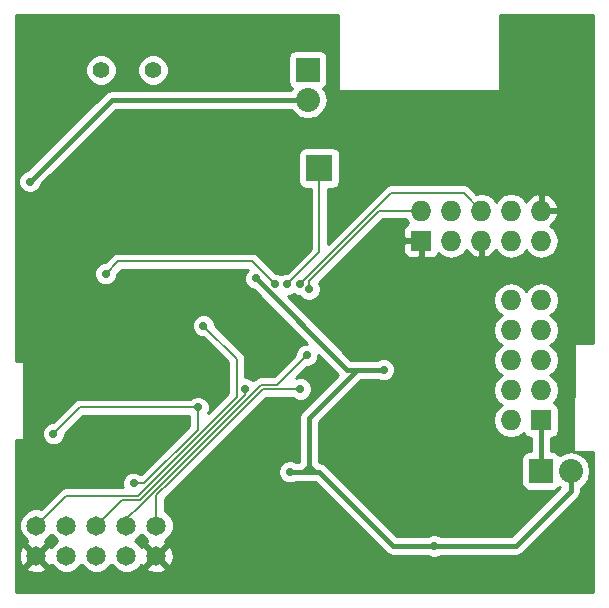
<source format=gbl>
G04 #@! TF.FileFunction,Copper,L2,Bot,Signal*
%FSLAX46Y46*%
G04 Gerber Fmt 4.6, Leading zero omitted, Abs format (unit mm)*
G04 Created by KiCad (PCBNEW 4.0.2-stable) date 14/07/2016 12:59:32*
%MOMM*%
G01*
G04 APERTURE LIST*
%ADD10C,0.152400*%
%ADD11C,1.651000*%
%ADD12R,2.032000X2.032000*%
%ADD13O,2.032000X2.032000*%
%ADD14C,1.407160*%
%ADD15R,1.727200X1.727200*%
%ADD16O,1.727200X1.727200*%
%ADD17R,2.235200X2.235200*%
%ADD18C,0.700000*%
%ADD19C,0.406400*%
%ADD20C,0.203100*%
%ADD21C,0.254000*%
G04 APERTURE END LIST*
D10*
D11*
X79245000Y-127220000D03*
X79245000Y-124680000D03*
X81785000Y-127220000D03*
X81785000Y-124680000D03*
X84325000Y-127220000D03*
X84325000Y-124680000D03*
X86865000Y-127220000D03*
X86865000Y-124680000D03*
X89405000Y-127220000D03*
X89405000Y-124680000D03*
D12*
X102225000Y-86075000D03*
D13*
X102225000Y-88615000D03*
D14*
X89124640Y-86100000D03*
X84725360Y-86100000D03*
D15*
X121975000Y-115750000D03*
D16*
X119435000Y-115750000D03*
X121975000Y-113210000D03*
X119435000Y-113210000D03*
X121975000Y-110670000D03*
X119435000Y-110670000D03*
X121975000Y-108130000D03*
X119435000Y-108130000D03*
X121975000Y-105590000D03*
X119435000Y-105590000D03*
D15*
X111825000Y-100550000D03*
D16*
X111825000Y-98010000D03*
X114365000Y-100550000D03*
X114365000Y-98010000D03*
X116905000Y-100550000D03*
X116905000Y-98010000D03*
X119445000Y-100550000D03*
X119445000Y-98010000D03*
X121985000Y-100550000D03*
X121985000Y-98010000D03*
D12*
X121975000Y-120050000D03*
D13*
X124515000Y-120050000D03*
D17*
X103200000Y-94400000D03*
D18*
X78700000Y-95550000D03*
X108200000Y-115475000D03*
X111625000Y-112900000D03*
X121575000Y-122500000D03*
X119350000Y-119200000D03*
X103300000Y-123150000D03*
X96950000Y-124400000D03*
X96950000Y-122500000D03*
X95450000Y-122500000D03*
X93950000Y-122500000D03*
X92450000Y-122500000D03*
X104550000Y-124400000D03*
X102050000Y-124400000D03*
X99550000Y-124400000D03*
X98250000Y-124400000D03*
X109475000Y-93650000D03*
X107375000Y-93650000D03*
X107375000Y-95750000D03*
X104350000Y-82500000D03*
X101850000Y-82500000D03*
X99350000Y-82500000D03*
X96850000Y-82500000D03*
X94350000Y-82500000D03*
X99475000Y-85125000D03*
X96975000Y-85125000D03*
X79475000Y-82525000D03*
X79475000Y-85025000D03*
X79475000Y-87525000D03*
X79475000Y-90025000D03*
X108850000Y-123775000D03*
X108050000Y-122375000D03*
X109350000Y-122375000D03*
X98850000Y-123250000D03*
X80500000Y-113600000D03*
X80500000Y-111100000D03*
X80500000Y-108600000D03*
X80500000Y-106100000D03*
X83000000Y-106100000D03*
X83000000Y-108600000D03*
X83000000Y-111100000D03*
X83000000Y-113600000D03*
X85500000Y-113600000D03*
X85500000Y-111100000D03*
X85500000Y-108600000D03*
X106000000Y-103050000D03*
X109500000Y-102350000D03*
X107700000Y-102350000D03*
X107700000Y-100550000D03*
X109500000Y-100550000D03*
X121325000Y-103000000D03*
X123025000Y-103000000D03*
X125875000Y-93000000D03*
X125875000Y-108000000D03*
X125875000Y-103000000D03*
X125875000Y-98000000D03*
X96300000Y-90700000D03*
X95550000Y-98400000D03*
X96450000Y-97100000D03*
X94550000Y-97100000D03*
X101600000Y-91550000D03*
X100100000Y-93050000D03*
X94500000Y-93700000D03*
X87550000Y-95800000D03*
X88450000Y-94900000D03*
X89350000Y-94000000D03*
X90250000Y-93100000D03*
X97450000Y-92200000D03*
X95350000Y-92200000D03*
X93250000Y-92200000D03*
X91150000Y-92200000D03*
X116775000Y-95175000D03*
X118075000Y-95175000D03*
X119375000Y-95175000D03*
X120675000Y-95175000D03*
X121975000Y-94375000D03*
X121975000Y-95475000D03*
X87025000Y-119025000D03*
X90575000Y-116875000D03*
X85525000Y-120525000D03*
X85525000Y-119025000D03*
X85525000Y-117525000D03*
X85525000Y-116025000D03*
X95000000Y-118275000D03*
X114225000Y-119850000D03*
X115225000Y-118850000D03*
X115225000Y-116750000D03*
X114125000Y-117850000D03*
X113025000Y-118950000D03*
X111925000Y-120050000D03*
X113050000Y-122375000D03*
X114325000Y-121375000D03*
X114325000Y-122475000D03*
X106425000Y-117975000D03*
X108525000Y-117975000D03*
X115500000Y-108475000D03*
X114600000Y-109375000D03*
X113700000Y-110275000D03*
X106250000Y-106475000D03*
X107750000Y-106475000D03*
X109250000Y-106475000D03*
X110750000Y-106475000D03*
X112250000Y-106475000D03*
X113250000Y-105475000D03*
X114250000Y-104475000D03*
X115250000Y-103475000D03*
X98925000Y-120575000D03*
X98725000Y-116050000D03*
X97075000Y-116050000D03*
X101400000Y-114800000D03*
X100500000Y-114250000D03*
X103650000Y-116125000D03*
X104550000Y-116125000D03*
X104550000Y-115175000D03*
X97475000Y-111650000D03*
X98975000Y-111350000D03*
X98775000Y-109800000D03*
X100075000Y-110250000D03*
X101175000Y-109150000D03*
X99875000Y-108500000D03*
X98575000Y-108500000D03*
X97275000Y-108500000D03*
X97275000Y-109800000D03*
X94000000Y-103575000D03*
X94500000Y-104875000D03*
X94500000Y-106175000D03*
X93000000Y-106175000D03*
X92100000Y-105275000D03*
X92100000Y-103575000D03*
X85500000Y-106100000D03*
X97350000Y-100575000D03*
X98450000Y-100575000D03*
X101950000Y-101200000D03*
X100850000Y-101175000D03*
X99750000Y-101175000D03*
X104200000Y-111850000D03*
X85350000Y-92400000D03*
X85350000Y-91100000D03*
X82650000Y-95000000D03*
X81350000Y-95000000D03*
X85500000Y-104800000D03*
X94050000Y-98400000D03*
X83050000Y-100750000D03*
X81750000Y-100750000D03*
X80450000Y-100750000D03*
X79150000Y-100750000D03*
X92900000Y-110250000D03*
X102600000Y-111850000D03*
X103400000Y-112650000D03*
X80700000Y-116900000D03*
X87500000Y-121100000D03*
X97850000Y-103750000D03*
X92925000Y-114675000D03*
X108650000Y-111475000D03*
X100725000Y-120125000D03*
X112925000Y-126400000D03*
X96900000Y-113100000D03*
X101600000Y-113100000D03*
X93400000Y-107750000D03*
X102150000Y-110250000D03*
X102325000Y-104650000D03*
X101550000Y-104250000D03*
X85125000Y-103350000D03*
X99450000Y-104250000D03*
X100500000Y-104250000D03*
D19*
X85635000Y-88615000D02*
X102225000Y-88615000D01*
X78700000Y-95550000D02*
X85635000Y-88615000D01*
X106425000Y-117250000D02*
X106425000Y-117975000D01*
X108200000Y-115475000D02*
X106425000Y-117250000D01*
X111625000Y-112900000D02*
X106550000Y-117975000D01*
X106550000Y-117975000D02*
X106425000Y-117975000D01*
X115225000Y-118850000D02*
X119000000Y-118850000D01*
X119000000Y-118850000D02*
X119350000Y-119200000D01*
X102050000Y-124400000D02*
X103300000Y-123150000D01*
X96950000Y-124400000D02*
X98250000Y-124400000D01*
X95450000Y-122500000D02*
X96950000Y-122500000D01*
X92450000Y-122500000D02*
X93950000Y-122500000D01*
X99550000Y-124400000D02*
X102050000Y-124400000D01*
X107375000Y-95750000D02*
X107375000Y-93650000D01*
X96975000Y-85125000D02*
X94350000Y-82500000D01*
X101850000Y-82500000D02*
X104350000Y-82500000D01*
X96850000Y-82500000D02*
X99350000Y-82500000D01*
X96975000Y-85125000D02*
X99475000Y-85125000D01*
X79475000Y-85025000D02*
X79475000Y-82525000D01*
X79475000Y-90025000D02*
X79475000Y-87525000D01*
X109350000Y-122375000D02*
X108050000Y-122375000D01*
X98850000Y-120650000D02*
X98850000Y-123250000D01*
X85500000Y-106100000D02*
X85500000Y-108600000D01*
X80500000Y-111100000D02*
X80500000Y-113600000D01*
X80500000Y-106100000D02*
X80500000Y-108600000D01*
X83000000Y-108600000D02*
X83000000Y-106100000D01*
X83000000Y-113600000D02*
X83000000Y-111100000D01*
X85500000Y-111100000D02*
X85500000Y-113600000D01*
X107700000Y-102350000D02*
X109500000Y-102350000D01*
X109500000Y-100550000D02*
X107700000Y-100550000D01*
X80450000Y-100750000D02*
X80450000Y-95900000D01*
X80450000Y-95900000D02*
X81350000Y-95000000D01*
X115250000Y-103475000D02*
X112325000Y-103475000D01*
X111825000Y-102975000D02*
X111825000Y-100550000D01*
X112325000Y-103475000D02*
X111825000Y-102975000D01*
X125875000Y-103000000D02*
X123025000Y-103000000D01*
X116905000Y-102680000D02*
X116905000Y-100550000D01*
X117225000Y-103000000D02*
X116905000Y-102680000D01*
X121325000Y-103000000D02*
X117225000Y-103000000D01*
X121985000Y-98010000D02*
X125865000Y-98010000D01*
X125875000Y-103000000D02*
X125875000Y-108000000D01*
X125865000Y-98010000D02*
X125875000Y-98000000D01*
X101400000Y-114800000D02*
X101550000Y-114800000D01*
X103400000Y-112950000D02*
X103400000Y-112650000D01*
X101550000Y-114800000D02*
X103400000Y-112950000D01*
X98725000Y-116050000D02*
X99525000Y-116050000D01*
X100500000Y-115075000D02*
X100500000Y-114250000D01*
X99525000Y-116050000D02*
X100500000Y-115075000D01*
X94050000Y-98400000D02*
X95550000Y-98400000D01*
X94050000Y-97600000D02*
X94550000Y-97100000D01*
X94050000Y-98400000D02*
X94050000Y-97600000D01*
X95350000Y-92200000D02*
X99250000Y-92200000D01*
X99250000Y-92200000D02*
X100100000Y-93050000D01*
X95350000Y-92200000D02*
X95350000Y-92850000D01*
X95350000Y-92850000D02*
X94500000Y-93700000D01*
X87550000Y-95800000D02*
X88450000Y-94900000D01*
X89350000Y-94000000D02*
X90250000Y-93100000D01*
X95350000Y-92200000D02*
X97450000Y-92200000D01*
X91150000Y-92200000D02*
X93250000Y-92200000D01*
X121975000Y-94375000D02*
X121475000Y-94375000D01*
X119375000Y-95175000D02*
X118075000Y-95175000D01*
X121475000Y-94375000D02*
X120675000Y-95175000D01*
X121975000Y-95475000D02*
X121975000Y-94375000D01*
X85525000Y-119025000D02*
X87025000Y-119025000D01*
X90575000Y-116875000D02*
X86375000Y-116875000D01*
X85525000Y-117525000D02*
X85525000Y-119025000D01*
X86375000Y-116875000D02*
X85525000Y-116025000D01*
X111925000Y-120050000D02*
X107900000Y-120050000D01*
X106425000Y-118575000D02*
X106425000Y-117975000D01*
X107900000Y-120050000D02*
X106425000Y-118575000D01*
X115225000Y-118850000D02*
X114225000Y-119850000D01*
X114125000Y-117850000D02*
X115225000Y-116750000D01*
X111925000Y-120050000D02*
X113025000Y-118950000D01*
X114050000Y-121375000D02*
X114325000Y-121375000D01*
X113050000Y-122375000D02*
X114050000Y-121375000D01*
X114325000Y-121375000D02*
X114325000Y-122475000D01*
X106425000Y-117975000D02*
X108525000Y-117975000D01*
X113700000Y-110275000D02*
X114600000Y-109375000D01*
X106250000Y-106475000D02*
X107750000Y-106475000D01*
X109250000Y-106475000D02*
X110750000Y-106475000D01*
X112250000Y-106475000D02*
X113250000Y-105475000D01*
X114250000Y-104475000D02*
X115250000Y-103475000D01*
X98925000Y-120575000D02*
X98850000Y-120650000D01*
X97075000Y-116050000D02*
X98725000Y-116050000D01*
X101400000Y-114800000D02*
X100850000Y-114250000D01*
X100850000Y-114250000D02*
X100500000Y-114250000D01*
X104550000Y-115175000D02*
X104550000Y-116125000D01*
X97475000Y-111650000D02*
X97775000Y-111350000D01*
X97775000Y-111350000D02*
X98975000Y-111350000D01*
X100075000Y-110250000D02*
X101175000Y-109150000D01*
X99875000Y-108500000D02*
X98575000Y-108500000D01*
X97275000Y-108500000D02*
X97275000Y-109800000D01*
X85500000Y-106100000D02*
X89575000Y-106100000D01*
X94500000Y-106175000D02*
X94500000Y-104875000D01*
X92100000Y-105275000D02*
X93000000Y-106175000D01*
X89575000Y-106100000D02*
X92100000Y-103575000D01*
X99750000Y-101175000D02*
X99050000Y-101175000D01*
X99050000Y-101175000D02*
X98450000Y-100575000D01*
X99750000Y-101175000D02*
X100850000Y-101175000D01*
X104200000Y-111850000D02*
X103400000Y-112650000D01*
X85350000Y-91100000D02*
X85350000Y-92400000D01*
X82650000Y-95000000D02*
X81350000Y-95000000D01*
X81350000Y-101150000D02*
X81750000Y-100750000D01*
X85500000Y-104800000D02*
X82450000Y-104800000D01*
X82450000Y-104800000D02*
X81350000Y-103700000D01*
X81350000Y-103700000D02*
X81350000Y-101150000D01*
X94050000Y-98400000D02*
X89850000Y-98400000D01*
X89850000Y-98400000D02*
X87500000Y-100750000D01*
X87500000Y-100750000D02*
X83050000Y-100750000D01*
X81750000Y-100750000D02*
X80450000Y-100750000D01*
D20*
X84775000Y-114675000D02*
X82925000Y-114675000D01*
X92925000Y-114675000D02*
X84775000Y-114675000D01*
X82925000Y-114675000D02*
X80700000Y-116900000D01*
X92925000Y-114675000D02*
X92925000Y-116563976D01*
X88388976Y-121100000D02*
X87500000Y-121100000D01*
X92925000Y-116563976D02*
X88388976Y-121100000D01*
D19*
X105575000Y-111475000D02*
X108650000Y-111475000D01*
X97850000Y-103750000D02*
X105575000Y-111475000D01*
X102325000Y-119625000D02*
X102325000Y-119650000D01*
X102325000Y-119650000D02*
X101850000Y-120125000D01*
X102325000Y-119525000D02*
X102325000Y-119625000D01*
X102325000Y-119625000D02*
X102825000Y-120125000D01*
X102325000Y-120125000D02*
X102325000Y-119525000D01*
X102325000Y-119525000D02*
X102325000Y-115575000D01*
X102325000Y-115575000D02*
X106425000Y-111475000D01*
X106425000Y-111475000D02*
X108650000Y-111475000D01*
X112925000Y-126400000D02*
X109475000Y-126400000D01*
X109475000Y-126400000D02*
X103200000Y-120125000D01*
X103200000Y-120125000D02*
X102825000Y-120125000D01*
X102825000Y-120125000D02*
X102325000Y-120125000D01*
X102325000Y-120125000D02*
X101850000Y-120125000D01*
X101850000Y-120125000D02*
X100725000Y-120125000D01*
X124515000Y-120050000D02*
X124515000Y-121710000D01*
X119825000Y-126400000D02*
X112925000Y-126400000D01*
X124515000Y-121710000D02*
X119825000Y-126400000D01*
D20*
X87075000Y-122509744D02*
X86495256Y-122509744D01*
X87075000Y-122509744D02*
X87984744Y-122509744D01*
X87984744Y-122509744D02*
X96900000Y-113594488D01*
X96900000Y-113594488D02*
X96900000Y-113100000D01*
X86495256Y-122509744D02*
X84325000Y-124680000D01*
X89405000Y-124680000D02*
X89405000Y-122095000D01*
X89405000Y-122095000D02*
X90630000Y-120870000D01*
X90630000Y-120870000D02*
X98400000Y-113100000D01*
X98400000Y-113100000D02*
X101600000Y-113100000D01*
X82825000Y-122154242D02*
X81770758Y-122154242D01*
X82825000Y-122154242D02*
X87837490Y-122154242D01*
X87837490Y-122154242D02*
X96200000Y-113791732D01*
X96200000Y-113791732D02*
X96200000Y-112900000D01*
X96200000Y-110550000D02*
X93400000Y-107750000D01*
X96200000Y-112900000D02*
X96200000Y-110550000D01*
X81770758Y-122154242D02*
X79245000Y-124680000D01*
X86865000Y-124680000D02*
X86865000Y-124132244D01*
X86865000Y-124132244D02*
X88090000Y-122907244D01*
X88090000Y-122907244D02*
X98252746Y-112744498D01*
X99655502Y-112744498D02*
X102150000Y-110250000D01*
X98252746Y-112744498D02*
X99655502Y-112744498D01*
D19*
X121975000Y-120050000D02*
X121975000Y-115750000D01*
D20*
X110550000Y-98010000D02*
X108292756Y-98010000D01*
X102325000Y-103977756D02*
X102325000Y-104650000D01*
X108292756Y-98010000D02*
X102325000Y-103977756D01*
X110550000Y-98010000D02*
X111825000Y-98010000D01*
X111675000Y-96525000D02*
X109275000Y-96525000D01*
X109275000Y-96525000D02*
X101550000Y-104250000D01*
X115420000Y-96525000D02*
X116905000Y-98010000D01*
X111675000Y-96525000D02*
X115420000Y-96525000D01*
X87850000Y-102300000D02*
X86175000Y-102300000D01*
X86175000Y-102300000D02*
X85125000Y-103350000D01*
X87850000Y-102300000D02*
X97500000Y-102300000D01*
X97500000Y-102300000D02*
X99450000Y-104250000D01*
X103200000Y-101550000D02*
X103200000Y-94400000D01*
X100500000Y-104250000D02*
X103200000Y-101550000D01*
D21*
G36*
X104823000Y-87750000D02*
X104833006Y-87799410D01*
X104861447Y-87841035D01*
X104903841Y-87868315D01*
X104950000Y-87877000D01*
X118350000Y-87877000D01*
X118399410Y-87866994D01*
X118441035Y-87838553D01*
X118468315Y-87796159D01*
X118477000Y-87750000D01*
X118477000Y-81477000D01*
X126373000Y-81477000D01*
X126373000Y-109223000D01*
X124875000Y-109223000D01*
X124825590Y-109233006D01*
X124783965Y-109261447D01*
X124756685Y-109303841D01*
X124748000Y-109349645D01*
X124723000Y-118299645D01*
X124732868Y-118349083D01*
X124761193Y-118390787D01*
X124803511Y-118418185D01*
X124850000Y-118427000D01*
X126373000Y-118427000D01*
X126373000Y-130298000D01*
X77527000Y-130298000D01*
X77527000Y-128246215D01*
X78398390Y-128246215D01*
X78475656Y-128494976D01*
X79022131Y-128692340D01*
X79602535Y-128665553D01*
X80014344Y-128494976D01*
X80091610Y-128246215D01*
X79245000Y-127399605D01*
X78398390Y-128246215D01*
X77527000Y-128246215D01*
X77527000Y-126997131D01*
X77772660Y-126997131D01*
X77799447Y-127577535D01*
X77970024Y-127989344D01*
X78218785Y-128066610D01*
X79065395Y-127220000D01*
X78218785Y-126373390D01*
X77970024Y-126450656D01*
X77772660Y-126997131D01*
X77527000Y-126997131D01*
X77527000Y-124969237D01*
X77784247Y-124969237D01*
X78006126Y-125506226D01*
X78416613Y-125917430D01*
X78479366Y-125943487D01*
X78475656Y-125945024D01*
X78398390Y-126193785D01*
X79245000Y-127040395D01*
X80091610Y-126193785D01*
X80014344Y-125945024D01*
X80010926Y-125943789D01*
X80071226Y-125918874D01*
X80482430Y-125508387D01*
X80514804Y-125430421D01*
X80546126Y-125506226D01*
X80956613Y-125917430D01*
X81034579Y-125949804D01*
X80958774Y-125981126D01*
X80547570Y-126391613D01*
X80521513Y-126454366D01*
X80519976Y-126450656D01*
X80271215Y-126373390D01*
X79424605Y-127220000D01*
X80271215Y-128066610D01*
X80519976Y-127989344D01*
X80521211Y-127985926D01*
X80546126Y-128046226D01*
X80956613Y-128457430D01*
X81493214Y-128680246D01*
X82074237Y-128680753D01*
X82611226Y-128458874D01*
X83022430Y-128048387D01*
X83054804Y-127970421D01*
X83086126Y-128046226D01*
X83496613Y-128457430D01*
X84033214Y-128680246D01*
X84614237Y-128680753D01*
X85151226Y-128458874D01*
X85562430Y-128048387D01*
X85594804Y-127970421D01*
X85626126Y-128046226D01*
X86036613Y-128457430D01*
X86573214Y-128680246D01*
X87154237Y-128680753D01*
X87691226Y-128458874D01*
X87904256Y-128246215D01*
X88558390Y-128246215D01*
X88635656Y-128494976D01*
X89182131Y-128692340D01*
X89762535Y-128665553D01*
X90174344Y-128494976D01*
X90251610Y-128246215D01*
X89405000Y-127399605D01*
X88558390Y-128246215D01*
X87904256Y-128246215D01*
X88102430Y-128048387D01*
X88128487Y-127985634D01*
X88130024Y-127989344D01*
X88378785Y-128066610D01*
X89225395Y-127220000D01*
X89584605Y-127220000D01*
X90431215Y-128066610D01*
X90679976Y-127989344D01*
X90877340Y-127442869D01*
X90850553Y-126862465D01*
X90679976Y-126450656D01*
X90431215Y-126373390D01*
X89584605Y-127220000D01*
X89225395Y-127220000D01*
X88378785Y-126373390D01*
X88130024Y-126450656D01*
X88128789Y-126454074D01*
X88103874Y-126393774D01*
X87693387Y-125982570D01*
X87615421Y-125950196D01*
X87691226Y-125918874D01*
X88102430Y-125508387D01*
X88134804Y-125430421D01*
X88166126Y-125506226D01*
X88576613Y-125917430D01*
X88639366Y-125943487D01*
X88635656Y-125945024D01*
X88558390Y-126193785D01*
X89405000Y-127040395D01*
X90251610Y-126193785D01*
X90174344Y-125945024D01*
X90170926Y-125943789D01*
X90231226Y-125918874D01*
X90642430Y-125508387D01*
X90865246Y-124971786D01*
X90865753Y-124390763D01*
X90643874Y-123853774D01*
X90233387Y-123442570D01*
X90141550Y-123404436D01*
X90141550Y-122400088D01*
X91150820Y-121390819D01*
X91150822Y-121390816D01*
X98705089Y-113836550D01*
X100943480Y-113836550D01*
X101041314Y-113934555D01*
X101403212Y-114084828D01*
X101795069Y-114085170D01*
X102157229Y-113935529D01*
X102434555Y-113658686D01*
X102584828Y-113296788D01*
X102585170Y-112904931D01*
X102435529Y-112542771D01*
X102158686Y-112265445D01*
X101796788Y-112115172D01*
X101404931Y-112114830D01*
X101271800Y-112169838D01*
X102206590Y-111235049D01*
X102345069Y-111235170D01*
X102707229Y-111085529D01*
X102984555Y-110808686D01*
X103134828Y-110446788D01*
X103135026Y-110220420D01*
X104814606Y-111900000D01*
X101732303Y-114982303D01*
X101550604Y-115254234D01*
X101519312Y-115411550D01*
X101486800Y-115575000D01*
X101486800Y-119286800D01*
X101274908Y-119286800D01*
X100921788Y-119140172D01*
X100529931Y-119139830D01*
X100167771Y-119289471D01*
X99890445Y-119566314D01*
X99740172Y-119928212D01*
X99739830Y-120320069D01*
X99889471Y-120682229D01*
X100166314Y-120959555D01*
X100528212Y-121109828D01*
X100920069Y-121110170D01*
X101275765Y-120963200D01*
X102852806Y-120963200D01*
X108882303Y-126992697D01*
X109154234Y-127174396D01*
X109475000Y-127238200D01*
X112375092Y-127238200D01*
X112728212Y-127384828D01*
X113120069Y-127385170D01*
X113475765Y-127238200D01*
X119825000Y-127238200D01*
X120145766Y-127174396D01*
X120417697Y-126992697D01*
X125107697Y-122302697D01*
X125289396Y-122030765D01*
X125353200Y-121710000D01*
X125353200Y-121469765D01*
X125682433Y-121249778D01*
X126040325Y-120714155D01*
X126166000Y-120082345D01*
X126166000Y-120017655D01*
X126040325Y-119385845D01*
X125682433Y-118850222D01*
X125146810Y-118492330D01*
X124515000Y-118366655D01*
X123883190Y-118492330D01*
X123543208Y-118719499D01*
X123455090Y-118582559D01*
X123242890Y-118437569D01*
X122991000Y-118386560D01*
X122813200Y-118386560D01*
X122813200Y-117261040D01*
X122838600Y-117261040D01*
X123073917Y-117216762D01*
X123290041Y-117077690D01*
X123435031Y-116865490D01*
X123486040Y-116613600D01*
X123486040Y-114886400D01*
X123441762Y-114651083D01*
X123302690Y-114434959D01*
X123090490Y-114289969D01*
X123046869Y-114281136D01*
X123064029Y-114269670D01*
X123388885Y-113783489D01*
X123502959Y-113210000D01*
X123388885Y-112636511D01*
X123064029Y-112150330D01*
X122749248Y-111940000D01*
X123064029Y-111729670D01*
X123388885Y-111243489D01*
X123502959Y-110670000D01*
X123388885Y-110096511D01*
X123064029Y-109610330D01*
X122749248Y-109400000D01*
X123064029Y-109189670D01*
X123388885Y-108703489D01*
X123502959Y-108130000D01*
X123388885Y-107556511D01*
X123064029Y-107070330D01*
X122749248Y-106860000D01*
X123064029Y-106649670D01*
X123388885Y-106163489D01*
X123502959Y-105590000D01*
X123388885Y-105016511D01*
X123064029Y-104530330D01*
X122577848Y-104205474D01*
X122004359Y-104091400D01*
X121945641Y-104091400D01*
X121372152Y-104205474D01*
X120885971Y-104530330D01*
X120705000Y-104801172D01*
X120524029Y-104530330D01*
X120037848Y-104205474D01*
X119464359Y-104091400D01*
X119405641Y-104091400D01*
X118832152Y-104205474D01*
X118345971Y-104530330D01*
X118021115Y-105016511D01*
X117907041Y-105590000D01*
X118021115Y-106163489D01*
X118345971Y-106649670D01*
X118660752Y-106860000D01*
X118345971Y-107070330D01*
X118021115Y-107556511D01*
X117907041Y-108130000D01*
X118021115Y-108703489D01*
X118345971Y-109189670D01*
X118660752Y-109400000D01*
X118345971Y-109610330D01*
X118021115Y-110096511D01*
X117907041Y-110670000D01*
X118021115Y-111243489D01*
X118345971Y-111729670D01*
X118660752Y-111940000D01*
X118345971Y-112150330D01*
X118021115Y-112636511D01*
X117907041Y-113210000D01*
X118021115Y-113783489D01*
X118345971Y-114269670D01*
X118660752Y-114480000D01*
X118345971Y-114690330D01*
X118021115Y-115176511D01*
X117907041Y-115750000D01*
X118021115Y-116323489D01*
X118345971Y-116809670D01*
X118832152Y-117134526D01*
X119405641Y-117248600D01*
X119464359Y-117248600D01*
X120037848Y-117134526D01*
X120503442Y-116823426D01*
X120508238Y-116848917D01*
X120647310Y-117065041D01*
X120859510Y-117210031D01*
X121111400Y-117261040D01*
X121136800Y-117261040D01*
X121136800Y-118386560D01*
X120959000Y-118386560D01*
X120723683Y-118430838D01*
X120507559Y-118569910D01*
X120362569Y-118782110D01*
X120311560Y-119034000D01*
X120311560Y-121066000D01*
X120355838Y-121301317D01*
X120494910Y-121517441D01*
X120707110Y-121662431D01*
X120959000Y-121713440D01*
X122991000Y-121713440D01*
X123226317Y-121669162D01*
X123442441Y-121530090D01*
X123544198Y-121381163D01*
X123612683Y-121426923D01*
X119477806Y-125561800D01*
X113474908Y-125561800D01*
X113121788Y-125415172D01*
X112729931Y-125414830D01*
X112374235Y-125561800D01*
X109822194Y-125561800D01*
X103792697Y-119532303D01*
X103520766Y-119350604D01*
X103200000Y-119286800D01*
X103172194Y-119286800D01*
X103163200Y-119277806D01*
X103163200Y-115922194D01*
X106772194Y-112313200D01*
X108100092Y-112313200D01*
X108453212Y-112459828D01*
X108845069Y-112460170D01*
X109207229Y-112310529D01*
X109484555Y-112033686D01*
X109634828Y-111671788D01*
X109635170Y-111279931D01*
X109485529Y-110917771D01*
X109208686Y-110640445D01*
X108846788Y-110490172D01*
X108454931Y-110489830D01*
X108099235Y-110636800D01*
X105922194Y-110636800D01*
X100520412Y-105235018D01*
X100695069Y-105235170D01*
X101025366Y-105098695D01*
X101353212Y-105234828D01*
X101517165Y-105234971D01*
X101766314Y-105484555D01*
X102128212Y-105634828D01*
X102520069Y-105635170D01*
X102882229Y-105485529D01*
X103159555Y-105208686D01*
X103309828Y-104846788D01*
X103310170Y-104454931D01*
X103187163Y-104157231D01*
X106508644Y-100835750D01*
X110326400Y-100835750D01*
X110326400Y-101539909D01*
X110423073Y-101773298D01*
X110601701Y-101951927D01*
X110835090Y-102048600D01*
X111539250Y-102048600D01*
X111698000Y-101889850D01*
X111698000Y-100677000D01*
X110485150Y-100677000D01*
X110326400Y-100835750D01*
X106508644Y-100835750D01*
X108597845Y-98746550D01*
X110529811Y-98746550D01*
X110755526Y-99084356D01*
X110601701Y-99148073D01*
X110423073Y-99326702D01*
X110326400Y-99560091D01*
X110326400Y-100264250D01*
X110485150Y-100423000D01*
X111698000Y-100423000D01*
X111698000Y-100403000D01*
X111952000Y-100403000D01*
X111952000Y-100423000D01*
X111972000Y-100423000D01*
X111972000Y-100677000D01*
X111952000Y-100677000D01*
X111952000Y-101889850D01*
X112110750Y-102048600D01*
X112814910Y-102048600D01*
X113048299Y-101951927D01*
X113226927Y-101773298D01*
X113291263Y-101617977D01*
X113305330Y-101639029D01*
X113791511Y-101963885D01*
X114365000Y-102077959D01*
X114938489Y-101963885D01*
X115424670Y-101639029D01*
X115640664Y-101315772D01*
X115698179Y-101438490D01*
X116130053Y-101832688D01*
X116545974Y-102004958D01*
X116778000Y-101883817D01*
X116778000Y-100677000D01*
X116758000Y-100677000D01*
X116758000Y-100423000D01*
X116778000Y-100423000D01*
X116778000Y-100403000D01*
X117032000Y-100403000D01*
X117032000Y-100423000D01*
X117052000Y-100423000D01*
X117052000Y-100677000D01*
X117032000Y-100677000D01*
X117032000Y-101883817D01*
X117264026Y-102004958D01*
X117679947Y-101832688D01*
X118111821Y-101438490D01*
X118169336Y-101315772D01*
X118385330Y-101639029D01*
X118871511Y-101963885D01*
X119445000Y-102077959D01*
X120018489Y-101963885D01*
X120504670Y-101639029D01*
X120715000Y-101324248D01*
X120925330Y-101639029D01*
X121411511Y-101963885D01*
X121985000Y-102077959D01*
X122558489Y-101963885D01*
X123044670Y-101639029D01*
X123369526Y-101152848D01*
X123483600Y-100579359D01*
X123483600Y-100520641D01*
X123369526Y-99947152D01*
X123044670Y-99460971D01*
X122773839Y-99280008D01*
X123191821Y-98898490D01*
X123439968Y-98369027D01*
X123319469Y-98137000D01*
X122112000Y-98137000D01*
X122112000Y-98157000D01*
X121858000Y-98157000D01*
X121858000Y-98137000D01*
X121838000Y-98137000D01*
X121838000Y-97883000D01*
X121858000Y-97883000D01*
X121858000Y-96676183D01*
X122112000Y-96676183D01*
X122112000Y-97883000D01*
X123319469Y-97883000D01*
X123439968Y-97650973D01*
X123191821Y-97121510D01*
X122759947Y-96727312D01*
X122344026Y-96555042D01*
X122112000Y-96676183D01*
X121858000Y-96676183D01*
X121625974Y-96555042D01*
X121210053Y-96727312D01*
X120778179Y-97121510D01*
X120720664Y-97244228D01*
X120504670Y-96920971D01*
X120018489Y-96596115D01*
X119445000Y-96482041D01*
X118871511Y-96596115D01*
X118385330Y-96920971D01*
X118175000Y-97235752D01*
X117964670Y-96920971D01*
X117478489Y-96596115D01*
X116905000Y-96482041D01*
X116499365Y-96562727D01*
X115940819Y-96004181D01*
X115701865Y-95844517D01*
X115420000Y-95788450D01*
X109275000Y-95788450D01*
X108993135Y-95844517D01*
X108754181Y-96004180D01*
X103936550Y-100821812D01*
X103936550Y-96165040D01*
X104317600Y-96165040D01*
X104552917Y-96120762D01*
X104769041Y-95981690D01*
X104914031Y-95769490D01*
X104965040Y-95517600D01*
X104965040Y-93282400D01*
X104920762Y-93047083D01*
X104781690Y-92830959D01*
X104569490Y-92685969D01*
X104317600Y-92634960D01*
X102082400Y-92634960D01*
X101847083Y-92679238D01*
X101630959Y-92818310D01*
X101485969Y-93030510D01*
X101434960Y-93282400D01*
X101434960Y-95517600D01*
X101479238Y-95752917D01*
X101618310Y-95969041D01*
X101830510Y-96114031D01*
X102082400Y-96165040D01*
X102463450Y-96165040D01*
X102463450Y-101244911D01*
X100443411Y-103264951D01*
X100304931Y-103264830D01*
X99974634Y-103401305D01*
X99646788Y-103265172D01*
X99506688Y-103265050D01*
X98020819Y-101779181D01*
X97781865Y-101619517D01*
X97500000Y-101563450D01*
X86175000Y-101563450D01*
X85939899Y-101610215D01*
X85893134Y-101619517D01*
X85654180Y-101779181D01*
X85068411Y-102364951D01*
X84929931Y-102364830D01*
X84567771Y-102514471D01*
X84290445Y-102791314D01*
X84140172Y-103153212D01*
X84139830Y-103545069D01*
X84289471Y-103907229D01*
X84566314Y-104184555D01*
X84928212Y-104334828D01*
X85320069Y-104335170D01*
X85682229Y-104185529D01*
X85959555Y-103908686D01*
X86109828Y-103546788D01*
X86109950Y-103406688D01*
X86480089Y-103036550D01*
X97170479Y-103036550D01*
X97015445Y-103191314D01*
X96865172Y-103553212D01*
X96864830Y-103945069D01*
X97014471Y-104307229D01*
X97291314Y-104584555D01*
X97646751Y-104732145D01*
X102179632Y-109265026D01*
X101954931Y-109264830D01*
X101592771Y-109414471D01*
X101315445Y-109691314D01*
X101165172Y-110053212D01*
X101165050Y-110193311D01*
X99350414Y-112007948D01*
X98252746Y-112007948D01*
X98018585Y-112054526D01*
X97970880Y-112064015D01*
X97731926Y-112223679D01*
X97574322Y-112381283D01*
X97458686Y-112265445D01*
X97096788Y-112115172D01*
X96936550Y-112115032D01*
X96936550Y-110550000D01*
X96880483Y-110268135D01*
X96868366Y-110250000D01*
X96720820Y-110029181D01*
X94385049Y-107693411D01*
X94385170Y-107554931D01*
X94235529Y-107192771D01*
X93958686Y-106915445D01*
X93596788Y-106765172D01*
X93204931Y-106764830D01*
X92842771Y-106914471D01*
X92565445Y-107191314D01*
X92415172Y-107553212D01*
X92414830Y-107945069D01*
X92564471Y-108307229D01*
X92841314Y-108584555D01*
X93203212Y-108734828D01*
X93343312Y-108734950D01*
X95463450Y-110855089D01*
X95463450Y-113486643D01*
X93790194Y-115159899D01*
X93909828Y-114871788D01*
X93910170Y-114479931D01*
X93760529Y-114117771D01*
X93483686Y-113840445D01*
X93121788Y-113690172D01*
X92729931Y-113689830D01*
X92367771Y-113839471D01*
X92268619Y-113938450D01*
X82925000Y-113938450D01*
X82689899Y-113985215D01*
X82643134Y-113994517D01*
X82404180Y-114154181D01*
X80643411Y-115914951D01*
X80504931Y-115914830D01*
X80142771Y-116064471D01*
X79865445Y-116341314D01*
X79715172Y-116703212D01*
X79714830Y-117095069D01*
X79864471Y-117457229D01*
X80141314Y-117734555D01*
X80503212Y-117884828D01*
X80895069Y-117885170D01*
X81257229Y-117735529D01*
X81534555Y-117458686D01*
X81684828Y-117096788D01*
X81684950Y-116956688D01*
X83230089Y-115411550D01*
X92188450Y-115411550D01*
X92188450Y-116258887D01*
X88120236Y-120327102D01*
X88058686Y-120265445D01*
X87696788Y-120115172D01*
X87304931Y-120114830D01*
X86942771Y-120264471D01*
X86665445Y-120541314D01*
X86515172Y-120903212D01*
X86514830Y-121295069D01*
X86565497Y-121417692D01*
X81770758Y-121417692D01*
X81535657Y-121464457D01*
X81488892Y-121473759D01*
X81249938Y-121633423D01*
X79626398Y-123256964D01*
X79536786Y-123219754D01*
X78955763Y-123219247D01*
X78418774Y-123441126D01*
X78007570Y-123851613D01*
X77784754Y-124388214D01*
X77784247Y-124969237D01*
X77527000Y-124969237D01*
X77527000Y-117452000D01*
X78100000Y-117452000D01*
X78149410Y-117441994D01*
X78191035Y-117413553D01*
X78218315Y-117371159D01*
X78227000Y-117325000D01*
X78227000Y-110875000D01*
X78216994Y-110825590D01*
X78188553Y-110783965D01*
X78146159Y-110756685D01*
X78100000Y-110748000D01*
X77527000Y-110748000D01*
X77527000Y-95745069D01*
X77714830Y-95745069D01*
X77864471Y-96107229D01*
X78141314Y-96384555D01*
X78503212Y-96534828D01*
X78895069Y-96535170D01*
X79257229Y-96385529D01*
X79534555Y-96108686D01*
X79682145Y-95753249D01*
X85982194Y-89453200D01*
X100805235Y-89453200D01*
X101025222Y-89782433D01*
X101560845Y-90140325D01*
X102192655Y-90266000D01*
X102257345Y-90266000D01*
X102889155Y-90140325D01*
X103424778Y-89782433D01*
X103782670Y-89246810D01*
X103908345Y-88615000D01*
X103782670Y-87983190D01*
X103555501Y-87643208D01*
X103692441Y-87555090D01*
X103837431Y-87342890D01*
X103888440Y-87091000D01*
X103888440Y-85059000D01*
X103844162Y-84823683D01*
X103705090Y-84607559D01*
X103492890Y-84462569D01*
X103241000Y-84411560D01*
X101209000Y-84411560D01*
X100973683Y-84455838D01*
X100757559Y-84594910D01*
X100612569Y-84807110D01*
X100561560Y-85059000D01*
X100561560Y-87091000D01*
X100605838Y-87326317D01*
X100744910Y-87542441D01*
X100893837Y-87644198D01*
X100805235Y-87776800D01*
X85635000Y-87776800D01*
X85314234Y-87840604D01*
X85042303Y-88022303D01*
X78496146Y-94568460D01*
X78142771Y-94714471D01*
X77865445Y-94991314D01*
X77715172Y-95353212D01*
X77714830Y-95745069D01*
X77527000Y-95745069D01*
X77527000Y-86365092D01*
X83386548Y-86365092D01*
X83589906Y-86857254D01*
X83966126Y-87234131D01*
X84457932Y-87438347D01*
X84990452Y-87438812D01*
X85482614Y-87235454D01*
X85859491Y-86859234D01*
X86063707Y-86367428D01*
X86063709Y-86365092D01*
X87785828Y-86365092D01*
X87989186Y-86857254D01*
X88365406Y-87234131D01*
X88857212Y-87438347D01*
X89389732Y-87438812D01*
X89881894Y-87235454D01*
X90258771Y-86859234D01*
X90462987Y-86367428D01*
X90463452Y-85834908D01*
X90260094Y-85342746D01*
X89883874Y-84965869D01*
X89392068Y-84761653D01*
X88859548Y-84761188D01*
X88367386Y-84964546D01*
X87990509Y-85340766D01*
X87786293Y-85832572D01*
X87785828Y-86365092D01*
X86063709Y-86365092D01*
X86064172Y-85834908D01*
X85860814Y-85342746D01*
X85484594Y-84965869D01*
X84992788Y-84761653D01*
X84460268Y-84761188D01*
X83968106Y-84964546D01*
X83591229Y-85340766D01*
X83387013Y-85832572D01*
X83386548Y-86365092D01*
X77527000Y-86365092D01*
X77527000Y-81477000D01*
X104823000Y-81477000D01*
X104823000Y-87750000D01*
X104823000Y-87750000D01*
G37*
X104823000Y-87750000D02*
X104833006Y-87799410D01*
X104861447Y-87841035D01*
X104903841Y-87868315D01*
X104950000Y-87877000D01*
X118350000Y-87877000D01*
X118399410Y-87866994D01*
X118441035Y-87838553D01*
X118468315Y-87796159D01*
X118477000Y-87750000D01*
X118477000Y-81477000D01*
X126373000Y-81477000D01*
X126373000Y-109223000D01*
X124875000Y-109223000D01*
X124825590Y-109233006D01*
X124783965Y-109261447D01*
X124756685Y-109303841D01*
X124748000Y-109349645D01*
X124723000Y-118299645D01*
X124732868Y-118349083D01*
X124761193Y-118390787D01*
X124803511Y-118418185D01*
X124850000Y-118427000D01*
X126373000Y-118427000D01*
X126373000Y-130298000D01*
X77527000Y-130298000D01*
X77527000Y-128246215D01*
X78398390Y-128246215D01*
X78475656Y-128494976D01*
X79022131Y-128692340D01*
X79602535Y-128665553D01*
X80014344Y-128494976D01*
X80091610Y-128246215D01*
X79245000Y-127399605D01*
X78398390Y-128246215D01*
X77527000Y-128246215D01*
X77527000Y-126997131D01*
X77772660Y-126997131D01*
X77799447Y-127577535D01*
X77970024Y-127989344D01*
X78218785Y-128066610D01*
X79065395Y-127220000D01*
X78218785Y-126373390D01*
X77970024Y-126450656D01*
X77772660Y-126997131D01*
X77527000Y-126997131D01*
X77527000Y-124969237D01*
X77784247Y-124969237D01*
X78006126Y-125506226D01*
X78416613Y-125917430D01*
X78479366Y-125943487D01*
X78475656Y-125945024D01*
X78398390Y-126193785D01*
X79245000Y-127040395D01*
X80091610Y-126193785D01*
X80014344Y-125945024D01*
X80010926Y-125943789D01*
X80071226Y-125918874D01*
X80482430Y-125508387D01*
X80514804Y-125430421D01*
X80546126Y-125506226D01*
X80956613Y-125917430D01*
X81034579Y-125949804D01*
X80958774Y-125981126D01*
X80547570Y-126391613D01*
X80521513Y-126454366D01*
X80519976Y-126450656D01*
X80271215Y-126373390D01*
X79424605Y-127220000D01*
X80271215Y-128066610D01*
X80519976Y-127989344D01*
X80521211Y-127985926D01*
X80546126Y-128046226D01*
X80956613Y-128457430D01*
X81493214Y-128680246D01*
X82074237Y-128680753D01*
X82611226Y-128458874D01*
X83022430Y-128048387D01*
X83054804Y-127970421D01*
X83086126Y-128046226D01*
X83496613Y-128457430D01*
X84033214Y-128680246D01*
X84614237Y-128680753D01*
X85151226Y-128458874D01*
X85562430Y-128048387D01*
X85594804Y-127970421D01*
X85626126Y-128046226D01*
X86036613Y-128457430D01*
X86573214Y-128680246D01*
X87154237Y-128680753D01*
X87691226Y-128458874D01*
X87904256Y-128246215D01*
X88558390Y-128246215D01*
X88635656Y-128494976D01*
X89182131Y-128692340D01*
X89762535Y-128665553D01*
X90174344Y-128494976D01*
X90251610Y-128246215D01*
X89405000Y-127399605D01*
X88558390Y-128246215D01*
X87904256Y-128246215D01*
X88102430Y-128048387D01*
X88128487Y-127985634D01*
X88130024Y-127989344D01*
X88378785Y-128066610D01*
X89225395Y-127220000D01*
X89584605Y-127220000D01*
X90431215Y-128066610D01*
X90679976Y-127989344D01*
X90877340Y-127442869D01*
X90850553Y-126862465D01*
X90679976Y-126450656D01*
X90431215Y-126373390D01*
X89584605Y-127220000D01*
X89225395Y-127220000D01*
X88378785Y-126373390D01*
X88130024Y-126450656D01*
X88128789Y-126454074D01*
X88103874Y-126393774D01*
X87693387Y-125982570D01*
X87615421Y-125950196D01*
X87691226Y-125918874D01*
X88102430Y-125508387D01*
X88134804Y-125430421D01*
X88166126Y-125506226D01*
X88576613Y-125917430D01*
X88639366Y-125943487D01*
X88635656Y-125945024D01*
X88558390Y-126193785D01*
X89405000Y-127040395D01*
X90251610Y-126193785D01*
X90174344Y-125945024D01*
X90170926Y-125943789D01*
X90231226Y-125918874D01*
X90642430Y-125508387D01*
X90865246Y-124971786D01*
X90865753Y-124390763D01*
X90643874Y-123853774D01*
X90233387Y-123442570D01*
X90141550Y-123404436D01*
X90141550Y-122400088D01*
X91150820Y-121390819D01*
X91150822Y-121390816D01*
X98705089Y-113836550D01*
X100943480Y-113836550D01*
X101041314Y-113934555D01*
X101403212Y-114084828D01*
X101795069Y-114085170D01*
X102157229Y-113935529D01*
X102434555Y-113658686D01*
X102584828Y-113296788D01*
X102585170Y-112904931D01*
X102435529Y-112542771D01*
X102158686Y-112265445D01*
X101796788Y-112115172D01*
X101404931Y-112114830D01*
X101271800Y-112169838D01*
X102206590Y-111235049D01*
X102345069Y-111235170D01*
X102707229Y-111085529D01*
X102984555Y-110808686D01*
X103134828Y-110446788D01*
X103135026Y-110220420D01*
X104814606Y-111900000D01*
X101732303Y-114982303D01*
X101550604Y-115254234D01*
X101519312Y-115411550D01*
X101486800Y-115575000D01*
X101486800Y-119286800D01*
X101274908Y-119286800D01*
X100921788Y-119140172D01*
X100529931Y-119139830D01*
X100167771Y-119289471D01*
X99890445Y-119566314D01*
X99740172Y-119928212D01*
X99739830Y-120320069D01*
X99889471Y-120682229D01*
X100166314Y-120959555D01*
X100528212Y-121109828D01*
X100920069Y-121110170D01*
X101275765Y-120963200D01*
X102852806Y-120963200D01*
X108882303Y-126992697D01*
X109154234Y-127174396D01*
X109475000Y-127238200D01*
X112375092Y-127238200D01*
X112728212Y-127384828D01*
X113120069Y-127385170D01*
X113475765Y-127238200D01*
X119825000Y-127238200D01*
X120145766Y-127174396D01*
X120417697Y-126992697D01*
X125107697Y-122302697D01*
X125289396Y-122030765D01*
X125353200Y-121710000D01*
X125353200Y-121469765D01*
X125682433Y-121249778D01*
X126040325Y-120714155D01*
X126166000Y-120082345D01*
X126166000Y-120017655D01*
X126040325Y-119385845D01*
X125682433Y-118850222D01*
X125146810Y-118492330D01*
X124515000Y-118366655D01*
X123883190Y-118492330D01*
X123543208Y-118719499D01*
X123455090Y-118582559D01*
X123242890Y-118437569D01*
X122991000Y-118386560D01*
X122813200Y-118386560D01*
X122813200Y-117261040D01*
X122838600Y-117261040D01*
X123073917Y-117216762D01*
X123290041Y-117077690D01*
X123435031Y-116865490D01*
X123486040Y-116613600D01*
X123486040Y-114886400D01*
X123441762Y-114651083D01*
X123302690Y-114434959D01*
X123090490Y-114289969D01*
X123046869Y-114281136D01*
X123064029Y-114269670D01*
X123388885Y-113783489D01*
X123502959Y-113210000D01*
X123388885Y-112636511D01*
X123064029Y-112150330D01*
X122749248Y-111940000D01*
X123064029Y-111729670D01*
X123388885Y-111243489D01*
X123502959Y-110670000D01*
X123388885Y-110096511D01*
X123064029Y-109610330D01*
X122749248Y-109400000D01*
X123064029Y-109189670D01*
X123388885Y-108703489D01*
X123502959Y-108130000D01*
X123388885Y-107556511D01*
X123064029Y-107070330D01*
X122749248Y-106860000D01*
X123064029Y-106649670D01*
X123388885Y-106163489D01*
X123502959Y-105590000D01*
X123388885Y-105016511D01*
X123064029Y-104530330D01*
X122577848Y-104205474D01*
X122004359Y-104091400D01*
X121945641Y-104091400D01*
X121372152Y-104205474D01*
X120885971Y-104530330D01*
X120705000Y-104801172D01*
X120524029Y-104530330D01*
X120037848Y-104205474D01*
X119464359Y-104091400D01*
X119405641Y-104091400D01*
X118832152Y-104205474D01*
X118345971Y-104530330D01*
X118021115Y-105016511D01*
X117907041Y-105590000D01*
X118021115Y-106163489D01*
X118345971Y-106649670D01*
X118660752Y-106860000D01*
X118345971Y-107070330D01*
X118021115Y-107556511D01*
X117907041Y-108130000D01*
X118021115Y-108703489D01*
X118345971Y-109189670D01*
X118660752Y-109400000D01*
X118345971Y-109610330D01*
X118021115Y-110096511D01*
X117907041Y-110670000D01*
X118021115Y-111243489D01*
X118345971Y-111729670D01*
X118660752Y-111940000D01*
X118345971Y-112150330D01*
X118021115Y-112636511D01*
X117907041Y-113210000D01*
X118021115Y-113783489D01*
X118345971Y-114269670D01*
X118660752Y-114480000D01*
X118345971Y-114690330D01*
X118021115Y-115176511D01*
X117907041Y-115750000D01*
X118021115Y-116323489D01*
X118345971Y-116809670D01*
X118832152Y-117134526D01*
X119405641Y-117248600D01*
X119464359Y-117248600D01*
X120037848Y-117134526D01*
X120503442Y-116823426D01*
X120508238Y-116848917D01*
X120647310Y-117065041D01*
X120859510Y-117210031D01*
X121111400Y-117261040D01*
X121136800Y-117261040D01*
X121136800Y-118386560D01*
X120959000Y-118386560D01*
X120723683Y-118430838D01*
X120507559Y-118569910D01*
X120362569Y-118782110D01*
X120311560Y-119034000D01*
X120311560Y-121066000D01*
X120355838Y-121301317D01*
X120494910Y-121517441D01*
X120707110Y-121662431D01*
X120959000Y-121713440D01*
X122991000Y-121713440D01*
X123226317Y-121669162D01*
X123442441Y-121530090D01*
X123544198Y-121381163D01*
X123612683Y-121426923D01*
X119477806Y-125561800D01*
X113474908Y-125561800D01*
X113121788Y-125415172D01*
X112729931Y-125414830D01*
X112374235Y-125561800D01*
X109822194Y-125561800D01*
X103792697Y-119532303D01*
X103520766Y-119350604D01*
X103200000Y-119286800D01*
X103172194Y-119286800D01*
X103163200Y-119277806D01*
X103163200Y-115922194D01*
X106772194Y-112313200D01*
X108100092Y-112313200D01*
X108453212Y-112459828D01*
X108845069Y-112460170D01*
X109207229Y-112310529D01*
X109484555Y-112033686D01*
X109634828Y-111671788D01*
X109635170Y-111279931D01*
X109485529Y-110917771D01*
X109208686Y-110640445D01*
X108846788Y-110490172D01*
X108454931Y-110489830D01*
X108099235Y-110636800D01*
X105922194Y-110636800D01*
X100520412Y-105235018D01*
X100695069Y-105235170D01*
X101025366Y-105098695D01*
X101353212Y-105234828D01*
X101517165Y-105234971D01*
X101766314Y-105484555D01*
X102128212Y-105634828D01*
X102520069Y-105635170D01*
X102882229Y-105485529D01*
X103159555Y-105208686D01*
X103309828Y-104846788D01*
X103310170Y-104454931D01*
X103187163Y-104157231D01*
X106508644Y-100835750D01*
X110326400Y-100835750D01*
X110326400Y-101539909D01*
X110423073Y-101773298D01*
X110601701Y-101951927D01*
X110835090Y-102048600D01*
X111539250Y-102048600D01*
X111698000Y-101889850D01*
X111698000Y-100677000D01*
X110485150Y-100677000D01*
X110326400Y-100835750D01*
X106508644Y-100835750D01*
X108597845Y-98746550D01*
X110529811Y-98746550D01*
X110755526Y-99084356D01*
X110601701Y-99148073D01*
X110423073Y-99326702D01*
X110326400Y-99560091D01*
X110326400Y-100264250D01*
X110485150Y-100423000D01*
X111698000Y-100423000D01*
X111698000Y-100403000D01*
X111952000Y-100403000D01*
X111952000Y-100423000D01*
X111972000Y-100423000D01*
X111972000Y-100677000D01*
X111952000Y-100677000D01*
X111952000Y-101889850D01*
X112110750Y-102048600D01*
X112814910Y-102048600D01*
X113048299Y-101951927D01*
X113226927Y-101773298D01*
X113291263Y-101617977D01*
X113305330Y-101639029D01*
X113791511Y-101963885D01*
X114365000Y-102077959D01*
X114938489Y-101963885D01*
X115424670Y-101639029D01*
X115640664Y-101315772D01*
X115698179Y-101438490D01*
X116130053Y-101832688D01*
X116545974Y-102004958D01*
X116778000Y-101883817D01*
X116778000Y-100677000D01*
X116758000Y-100677000D01*
X116758000Y-100423000D01*
X116778000Y-100423000D01*
X116778000Y-100403000D01*
X117032000Y-100403000D01*
X117032000Y-100423000D01*
X117052000Y-100423000D01*
X117052000Y-100677000D01*
X117032000Y-100677000D01*
X117032000Y-101883817D01*
X117264026Y-102004958D01*
X117679947Y-101832688D01*
X118111821Y-101438490D01*
X118169336Y-101315772D01*
X118385330Y-101639029D01*
X118871511Y-101963885D01*
X119445000Y-102077959D01*
X120018489Y-101963885D01*
X120504670Y-101639029D01*
X120715000Y-101324248D01*
X120925330Y-101639029D01*
X121411511Y-101963885D01*
X121985000Y-102077959D01*
X122558489Y-101963885D01*
X123044670Y-101639029D01*
X123369526Y-101152848D01*
X123483600Y-100579359D01*
X123483600Y-100520641D01*
X123369526Y-99947152D01*
X123044670Y-99460971D01*
X122773839Y-99280008D01*
X123191821Y-98898490D01*
X123439968Y-98369027D01*
X123319469Y-98137000D01*
X122112000Y-98137000D01*
X122112000Y-98157000D01*
X121858000Y-98157000D01*
X121858000Y-98137000D01*
X121838000Y-98137000D01*
X121838000Y-97883000D01*
X121858000Y-97883000D01*
X121858000Y-96676183D01*
X122112000Y-96676183D01*
X122112000Y-97883000D01*
X123319469Y-97883000D01*
X123439968Y-97650973D01*
X123191821Y-97121510D01*
X122759947Y-96727312D01*
X122344026Y-96555042D01*
X122112000Y-96676183D01*
X121858000Y-96676183D01*
X121625974Y-96555042D01*
X121210053Y-96727312D01*
X120778179Y-97121510D01*
X120720664Y-97244228D01*
X120504670Y-96920971D01*
X120018489Y-96596115D01*
X119445000Y-96482041D01*
X118871511Y-96596115D01*
X118385330Y-96920971D01*
X118175000Y-97235752D01*
X117964670Y-96920971D01*
X117478489Y-96596115D01*
X116905000Y-96482041D01*
X116499365Y-96562727D01*
X115940819Y-96004181D01*
X115701865Y-95844517D01*
X115420000Y-95788450D01*
X109275000Y-95788450D01*
X108993135Y-95844517D01*
X108754181Y-96004180D01*
X103936550Y-100821812D01*
X103936550Y-96165040D01*
X104317600Y-96165040D01*
X104552917Y-96120762D01*
X104769041Y-95981690D01*
X104914031Y-95769490D01*
X104965040Y-95517600D01*
X104965040Y-93282400D01*
X104920762Y-93047083D01*
X104781690Y-92830959D01*
X104569490Y-92685969D01*
X104317600Y-92634960D01*
X102082400Y-92634960D01*
X101847083Y-92679238D01*
X101630959Y-92818310D01*
X101485969Y-93030510D01*
X101434960Y-93282400D01*
X101434960Y-95517600D01*
X101479238Y-95752917D01*
X101618310Y-95969041D01*
X101830510Y-96114031D01*
X102082400Y-96165040D01*
X102463450Y-96165040D01*
X102463450Y-101244911D01*
X100443411Y-103264951D01*
X100304931Y-103264830D01*
X99974634Y-103401305D01*
X99646788Y-103265172D01*
X99506688Y-103265050D01*
X98020819Y-101779181D01*
X97781865Y-101619517D01*
X97500000Y-101563450D01*
X86175000Y-101563450D01*
X85939899Y-101610215D01*
X85893134Y-101619517D01*
X85654180Y-101779181D01*
X85068411Y-102364951D01*
X84929931Y-102364830D01*
X84567771Y-102514471D01*
X84290445Y-102791314D01*
X84140172Y-103153212D01*
X84139830Y-103545069D01*
X84289471Y-103907229D01*
X84566314Y-104184555D01*
X84928212Y-104334828D01*
X85320069Y-104335170D01*
X85682229Y-104185529D01*
X85959555Y-103908686D01*
X86109828Y-103546788D01*
X86109950Y-103406688D01*
X86480089Y-103036550D01*
X97170479Y-103036550D01*
X97015445Y-103191314D01*
X96865172Y-103553212D01*
X96864830Y-103945069D01*
X97014471Y-104307229D01*
X97291314Y-104584555D01*
X97646751Y-104732145D01*
X102179632Y-109265026D01*
X101954931Y-109264830D01*
X101592771Y-109414471D01*
X101315445Y-109691314D01*
X101165172Y-110053212D01*
X101165050Y-110193311D01*
X99350414Y-112007948D01*
X98252746Y-112007948D01*
X98018585Y-112054526D01*
X97970880Y-112064015D01*
X97731926Y-112223679D01*
X97574322Y-112381283D01*
X97458686Y-112265445D01*
X97096788Y-112115172D01*
X96936550Y-112115032D01*
X96936550Y-110550000D01*
X96880483Y-110268135D01*
X96868366Y-110250000D01*
X96720820Y-110029181D01*
X94385049Y-107693411D01*
X94385170Y-107554931D01*
X94235529Y-107192771D01*
X93958686Y-106915445D01*
X93596788Y-106765172D01*
X93204931Y-106764830D01*
X92842771Y-106914471D01*
X92565445Y-107191314D01*
X92415172Y-107553212D01*
X92414830Y-107945069D01*
X92564471Y-108307229D01*
X92841314Y-108584555D01*
X93203212Y-108734828D01*
X93343312Y-108734950D01*
X95463450Y-110855089D01*
X95463450Y-113486643D01*
X93790194Y-115159899D01*
X93909828Y-114871788D01*
X93910170Y-114479931D01*
X93760529Y-114117771D01*
X93483686Y-113840445D01*
X93121788Y-113690172D01*
X92729931Y-113689830D01*
X92367771Y-113839471D01*
X92268619Y-113938450D01*
X82925000Y-113938450D01*
X82689899Y-113985215D01*
X82643134Y-113994517D01*
X82404180Y-114154181D01*
X80643411Y-115914951D01*
X80504931Y-115914830D01*
X80142771Y-116064471D01*
X79865445Y-116341314D01*
X79715172Y-116703212D01*
X79714830Y-117095069D01*
X79864471Y-117457229D01*
X80141314Y-117734555D01*
X80503212Y-117884828D01*
X80895069Y-117885170D01*
X81257229Y-117735529D01*
X81534555Y-117458686D01*
X81684828Y-117096788D01*
X81684950Y-116956688D01*
X83230089Y-115411550D01*
X92188450Y-115411550D01*
X92188450Y-116258887D01*
X88120236Y-120327102D01*
X88058686Y-120265445D01*
X87696788Y-120115172D01*
X87304931Y-120114830D01*
X86942771Y-120264471D01*
X86665445Y-120541314D01*
X86515172Y-120903212D01*
X86514830Y-121295069D01*
X86565497Y-121417692D01*
X81770758Y-121417692D01*
X81535657Y-121464457D01*
X81488892Y-121473759D01*
X81249938Y-121633423D01*
X79626398Y-123256964D01*
X79536786Y-123219754D01*
X78955763Y-123219247D01*
X78418774Y-123441126D01*
X78007570Y-123851613D01*
X77784754Y-124388214D01*
X77784247Y-124969237D01*
X77527000Y-124969237D01*
X77527000Y-117452000D01*
X78100000Y-117452000D01*
X78149410Y-117441994D01*
X78191035Y-117413553D01*
X78218315Y-117371159D01*
X78227000Y-117325000D01*
X78227000Y-110875000D01*
X78216994Y-110825590D01*
X78188553Y-110783965D01*
X78146159Y-110756685D01*
X78100000Y-110748000D01*
X77527000Y-110748000D01*
X77527000Y-95745069D01*
X77714830Y-95745069D01*
X77864471Y-96107229D01*
X78141314Y-96384555D01*
X78503212Y-96534828D01*
X78895069Y-96535170D01*
X79257229Y-96385529D01*
X79534555Y-96108686D01*
X79682145Y-95753249D01*
X85982194Y-89453200D01*
X100805235Y-89453200D01*
X101025222Y-89782433D01*
X101560845Y-90140325D01*
X102192655Y-90266000D01*
X102257345Y-90266000D01*
X102889155Y-90140325D01*
X103424778Y-89782433D01*
X103782670Y-89246810D01*
X103908345Y-88615000D01*
X103782670Y-87983190D01*
X103555501Y-87643208D01*
X103692441Y-87555090D01*
X103837431Y-87342890D01*
X103888440Y-87091000D01*
X103888440Y-85059000D01*
X103844162Y-84823683D01*
X103705090Y-84607559D01*
X103492890Y-84462569D01*
X103241000Y-84411560D01*
X101209000Y-84411560D01*
X100973683Y-84455838D01*
X100757559Y-84594910D01*
X100612569Y-84807110D01*
X100561560Y-85059000D01*
X100561560Y-87091000D01*
X100605838Y-87326317D01*
X100744910Y-87542441D01*
X100893837Y-87644198D01*
X100805235Y-87776800D01*
X85635000Y-87776800D01*
X85314234Y-87840604D01*
X85042303Y-88022303D01*
X78496146Y-94568460D01*
X78142771Y-94714471D01*
X77865445Y-94991314D01*
X77715172Y-95353212D01*
X77714830Y-95745069D01*
X77527000Y-95745069D01*
X77527000Y-86365092D01*
X83386548Y-86365092D01*
X83589906Y-86857254D01*
X83966126Y-87234131D01*
X84457932Y-87438347D01*
X84990452Y-87438812D01*
X85482614Y-87235454D01*
X85859491Y-86859234D01*
X86063707Y-86367428D01*
X86063709Y-86365092D01*
X87785828Y-86365092D01*
X87989186Y-86857254D01*
X88365406Y-87234131D01*
X88857212Y-87438347D01*
X89389732Y-87438812D01*
X89881894Y-87235454D01*
X90258771Y-86859234D01*
X90462987Y-86367428D01*
X90463452Y-85834908D01*
X90260094Y-85342746D01*
X89883874Y-84965869D01*
X89392068Y-84761653D01*
X88859548Y-84761188D01*
X88367386Y-84964546D01*
X87990509Y-85340766D01*
X87786293Y-85832572D01*
X87785828Y-86365092D01*
X86063709Y-86365092D01*
X86064172Y-85834908D01*
X85860814Y-85342746D01*
X85484594Y-84965869D01*
X84992788Y-84761653D01*
X84460268Y-84761188D01*
X83968106Y-84964546D01*
X83591229Y-85340766D01*
X83387013Y-85832572D01*
X83386548Y-86365092D01*
X77527000Y-86365092D01*
X77527000Y-81477000D01*
X104823000Y-81477000D01*
X104823000Y-87750000D01*
M02*

</source>
